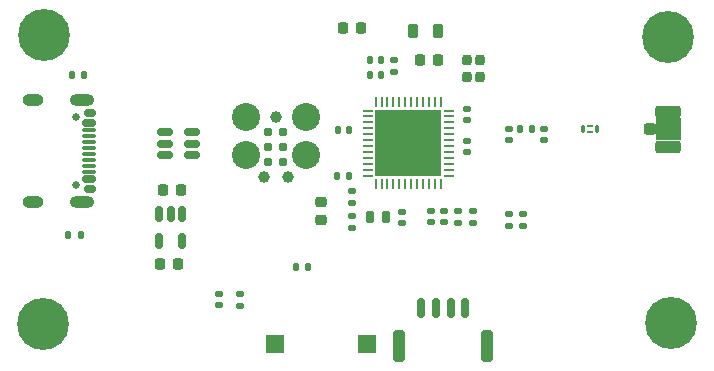
<source format=gbr>
%TF.GenerationSoftware,KiCad,Pcbnew,9.0.2*%
%TF.CreationDate,2025-06-08T15:41:30-05:00*%
%TF.ProjectId,STM32,53544d33-322e-46b6-9963-61645f706362,rev?*%
%TF.SameCoordinates,PX218c9f8PY54a9188*%
%TF.FileFunction,Soldermask,Top*%
%TF.FilePolarity,Negative*%
%FSLAX46Y46*%
G04 Gerber Fmt 4.6, Leading zero omitted, Abs format (unit mm)*
G04 Created by KiCad (PCBNEW 9.0.2) date 2025-06-08 15:41:30*
%MOMM*%
%LPD*%
G01*
G04 APERTURE LIST*
G04 Aperture macros list*
%AMRoundRect*
0 Rectangle with rounded corners*
0 $1 Rounding radius*
0 $2 $3 $4 $5 $6 $7 $8 $9 X,Y pos of 4 corners*
0 Add a 4 corners polygon primitive as box body*
4,1,4,$2,$3,$4,$5,$6,$7,$8,$9,$2,$3,0*
0 Add four circle primitives for the rounded corners*
1,1,$1+$1,$2,$3*
1,1,$1+$1,$4,$5*
1,1,$1+$1,$6,$7*
1,1,$1+$1,$8,$9*
0 Add four rect primitives between the rounded corners*
20,1,$1+$1,$2,$3,$4,$5,0*
20,1,$1+$1,$4,$5,$6,$7,0*
20,1,$1+$1,$6,$7,$8,$9,0*
20,1,$1+$1,$8,$9,$2,$3,0*%
G04 Aperture macros list end*
%ADD10RoundRect,0.150000X-0.350000X0.150000X-0.350000X-0.150000X0.350000X-0.150000X0.350000X0.150000X0*%
%ADD11O,1.800000X1.000000*%
%ADD12O,2.100000X1.000000*%
%ADD13RoundRect,0.150000X-0.425000X0.150000X-0.425000X-0.150000X0.425000X-0.150000X0.425000X0.150000X0*%
%ADD14RoundRect,0.075000X-0.500000X0.075000X-0.500000X-0.075000X0.500000X-0.075000X0.500000X0.075000X0*%
%ADD15C,0.650000*%
%ADD16RoundRect,0.140000X-0.170000X0.140000X-0.170000X-0.140000X0.170000X-0.140000X0.170000X0.140000X0*%
%ADD17RoundRect,0.135000X0.185000X-0.135000X0.185000X0.135000X-0.185000X0.135000X-0.185000X-0.135000X0*%
%ADD18RoundRect,0.140000X0.140000X0.170000X-0.140000X0.170000X-0.140000X-0.170000X0.140000X-0.170000X0*%
%ADD19RoundRect,0.150000X-0.150000X0.512500X-0.150000X-0.512500X0.150000X-0.512500X0.150000X0.512500X0*%
%ADD20RoundRect,0.150000X0.150000X0.400000X-0.150000X0.400000X-0.150000X-0.400000X0.150000X-0.400000X0*%
%ADD21RoundRect,0.147500X0.172500X-0.147500X0.172500X0.147500X-0.172500X0.147500X-0.172500X-0.147500X0*%
%ADD22RoundRect,0.135000X-0.185000X0.135000X-0.185000X-0.135000X0.185000X-0.135000X0.185000X0.135000X0*%
%ADD23RoundRect,0.062500X0.062500X-0.375000X0.062500X0.375000X-0.062500X0.375000X-0.062500X-0.375000X0*%
%ADD24RoundRect,0.062500X0.375000X-0.062500X0.375000X0.062500X-0.375000X0.062500X-0.375000X-0.062500X0*%
%ADD25R,5.600000X5.600000*%
%ADD26RoundRect,0.135000X-0.135000X-0.185000X0.135000X-0.185000X0.135000X0.185000X-0.135000X0.185000X0*%
%ADD27RoundRect,0.225000X0.225000X0.250000X-0.225000X0.250000X-0.225000X-0.250000X0.225000X-0.250000X0*%
%ADD28C,0.700000*%
%ADD29C,4.400000*%
%ADD30RoundRect,0.068750X-0.068750X-0.281250X0.068750X-0.281250X0.068750X0.281250X-0.068750X0.281250X0*%
%ADD31RoundRect,0.061250X-0.163750X-0.061250X0.163750X-0.061250X0.163750X0.061250X-0.163750X0.061250X0*%
%ADD32R,1.500000X1.500000*%
%ADD33RoundRect,0.147500X-0.147500X-0.172500X0.147500X-0.172500X0.147500X0.172500X-0.147500X0.172500X0*%
%ADD34RoundRect,0.218750X-0.218750X-0.381250X0.218750X-0.381250X0.218750X0.381250X-0.218750X0.381250X0*%
%ADD35RoundRect,0.200000X0.200000X-0.250000X0.200000X0.250000X-0.200000X0.250000X-0.200000X-0.250000X0*%
%ADD36RoundRect,0.250000X-0.275000X-0.250000X0.275000X-0.250000X0.275000X0.250000X-0.275000X0.250000X0*%
%ADD37RoundRect,0.250000X-0.850000X-0.275000X0.850000X-0.275000X0.850000X0.275000X-0.850000X0.275000X0*%
%ADD38RoundRect,0.150000X-0.512500X-0.150000X0.512500X-0.150000X0.512500X0.150000X-0.512500X0.150000X0*%
%ADD39RoundRect,0.135000X0.135000X0.185000X-0.135000X0.185000X-0.135000X-0.185000X0.135000X-0.185000X0*%
%ADD40C,2.374900*%
%ADD41C,0.990600*%
%ADD42C,0.787400*%
%ADD43RoundRect,0.225000X-0.250000X0.225000X-0.250000X-0.225000X0.250000X-0.225000X0.250000X0.225000X0*%
%ADD44RoundRect,0.150000X-0.150000X-0.700000X0.150000X-0.700000X0.150000X0.700000X-0.150000X0.700000X0*%
%ADD45RoundRect,0.250000X-0.250000X-1.100000X0.250000X-1.100000X0.250000X1.100000X-0.250000X1.100000X0*%
G04 APERTURE END LIST*
%TO.C,J4*%
G36*
X55831000Y20888000D02*
G01*
X57921000Y20888000D01*
X57921000Y19008000D01*
X55831000Y19008000D01*
X55831000Y20888000D01*
G37*
%TD*%
D10*
%TO.C,J1*%
X7921000Y21293000D03*
D11*
X3021000Y13773000D03*
D12*
X7201000Y13773000D03*
D11*
X3021000Y22413000D03*
D12*
X7201000Y22413000D03*
D13*
X7776000Y20493000D03*
D14*
X7776000Y19843000D03*
X7776000Y18843000D03*
X7776000Y17343000D03*
X7776000Y16343000D03*
D13*
X7776000Y15693000D03*
D10*
X7926000Y14893000D03*
X7926000Y14893000D03*
D13*
X7776000Y15693000D03*
D14*
X7776000Y16843000D03*
X7776000Y17843000D03*
X7776000Y18343000D03*
X7776000Y19343000D03*
D13*
X7776000Y20493000D03*
D10*
X7871000Y21293000D03*
D15*
X6701000Y15203000D03*
X6701000Y20983000D03*
%TD*%
D16*
%TO.C,C18*%
X30071000Y11613000D03*
X30071000Y12573000D03*
%TD*%
D17*
%TO.C,R4*%
X40321000Y12003000D03*
X40321000Y13023000D03*
%TD*%
D18*
%TO.C,C7*%
X32551000Y25773000D03*
X31591000Y25773000D03*
%TD*%
D19*
%TO.C,U1*%
X15658500Y12798000D03*
X14708500Y12798000D03*
X13758500Y12798000D03*
X13758500Y10523000D03*
X15658500Y10523000D03*
%TD*%
D20*
%TO.C,X1*%
X32971000Y12523000D03*
X31571000Y12523000D03*
%TD*%
D21*
%TO.C,D1*%
X43321000Y11773000D03*
X43321000Y12743000D03*
%TD*%
D22*
%TO.C,R7*%
X20561000Y6033000D03*
X20561000Y5013000D03*
%TD*%
D23*
%TO.C,U3*%
X32071000Y15335500D03*
X32571000Y15335500D03*
X33071000Y15335500D03*
X33571000Y15335500D03*
X34071000Y15335500D03*
X34571000Y15335500D03*
X35071000Y15335500D03*
X35571000Y15335500D03*
X36071000Y15335500D03*
X36571000Y15335500D03*
X37071000Y15335500D03*
X37571000Y15335500D03*
D24*
X38258500Y16023000D03*
X38258500Y16523000D03*
X38258500Y17023000D03*
X38258500Y17523000D03*
X38258500Y18023000D03*
X38258500Y18523000D03*
X38258500Y19023000D03*
X38258500Y19523000D03*
X38258500Y20023000D03*
X38258500Y20523000D03*
X38258500Y21023000D03*
X38258500Y21523000D03*
D23*
X37571000Y22210500D03*
X37071000Y22210500D03*
X36571000Y22210500D03*
X36071000Y22210500D03*
X35571000Y22210500D03*
X35071000Y22210500D03*
X34571000Y22210500D03*
X34071000Y22210500D03*
X33571000Y22210500D03*
X33071000Y22210500D03*
X32571000Y22210500D03*
X32071000Y22210500D03*
D24*
X31383500Y21523000D03*
X31383500Y21023000D03*
X31383500Y20523000D03*
X31383500Y20023000D03*
X31383500Y19523000D03*
X31383500Y19023000D03*
X31383500Y18523000D03*
X31383500Y18023000D03*
X31383500Y17523000D03*
X31383500Y17023000D03*
X31383500Y16523000D03*
X31383500Y16023000D03*
D25*
X34821000Y18773000D03*
%TD*%
D16*
%TO.C,C12*%
X39821000Y21653000D03*
X39821000Y20693000D03*
%TD*%
%TO.C,C19*%
X18821000Y6003000D03*
X18821000Y5043000D03*
%TD*%
D26*
%TO.C,R2*%
X6321000Y24523000D03*
X7341000Y24523000D03*
%TD*%
D27*
%TO.C,C14*%
X37371000Y25773000D03*
X35821000Y25773000D03*
%TD*%
%TO.C,C2*%
X15371000Y8523000D03*
X13821000Y8523000D03*
%TD*%
%TO.C,C1*%
X15621000Y14773000D03*
X14071000Y14773000D03*
%TD*%
D28*
%TO.C,H1*%
X2337726Y27939726D03*
X2821000Y29106452D03*
X2821000Y26773000D03*
X3987726Y29589726D03*
D29*
X3987726Y27939726D03*
D28*
X3987726Y26289726D03*
X5154452Y29106452D03*
X5154452Y26773000D03*
X5637726Y27939726D03*
%TD*%
D30*
%TO.C,FLT1*%
X49595500Y19973000D03*
D31*
X50208500Y20200500D03*
D30*
X50821000Y19973000D03*
D31*
X50208500Y19745500D03*
%TD*%
D32*
%TO.C,SW1*%
X23561000Y1773000D03*
X31361000Y1773000D03*
%TD*%
D16*
%TO.C,C15*%
X43321000Y19983000D03*
X43321000Y19023000D03*
%TD*%
D17*
%TO.C,R3*%
X39071000Y12003000D03*
X39071000Y13023000D03*
%TD*%
D18*
%TO.C,C6*%
X29781000Y16023000D03*
X28821000Y16023000D03*
%TD*%
D33*
%TO.C,L3*%
X44321000Y19983000D03*
X45291000Y19983000D03*
%TD*%
D21*
%TO.C,L1*%
X33621000Y24803000D03*
X33621000Y25773000D03*
%TD*%
D34*
%TO.C,L2*%
X35258500Y28273000D03*
X37383500Y28273000D03*
%TD*%
D35*
%TO.C,X2*%
X40921000Y24373000D03*
X40921000Y25773000D03*
X39821000Y25773000D03*
X39821000Y24373000D03*
%TD*%
D26*
%TO.C,R6*%
X25311000Y8273000D03*
X26331000Y8273000D03*
%TD*%
D18*
%TO.C,C11*%
X32531000Y24523000D03*
X31571000Y24523000D03*
%TD*%
D16*
%TO.C,C9*%
X30099000Y14676000D03*
X30099000Y13716000D03*
%TD*%
D22*
%TO.C,R5*%
X44571000Y12783000D03*
X44571000Y11763000D03*
%TD*%
D36*
%TO.C,J4*%
X55296000Y19948000D03*
D37*
X56821000Y21423000D03*
X56821000Y18473000D03*
%TD*%
D28*
%TO.C,H3*%
X55171000Y27773000D03*
X55654274Y28939726D03*
X55654274Y26606274D03*
X56821000Y29423000D03*
D29*
X56821000Y27773000D03*
D28*
X56821000Y26123000D03*
X57987726Y28939726D03*
X57987726Y26606274D03*
X58471000Y27773000D03*
%TD*%
D38*
%TO.C,U2*%
X14251000Y19673000D03*
X14251000Y18723000D03*
X14251000Y17773000D03*
X16526000Y17773000D03*
X16526000Y18723000D03*
X16526000Y19673000D03*
%TD*%
D39*
%TO.C,R1*%
X7081000Y11023000D03*
X6061000Y11023000D03*
%TD*%
D27*
%TO.C,C10*%
X30846000Y28523000D03*
X29296000Y28523000D03*
%TD*%
D16*
%TO.C,C8*%
X39821000Y18983000D03*
X39821000Y18023000D03*
%TD*%
%TO.C,C17*%
X34321000Y12923000D03*
X34321000Y11963000D03*
%TD*%
%TO.C,C5*%
X37821000Y13023000D03*
X37821000Y12063000D03*
%TD*%
D40*
%TO.C,J3*%
X26151000Y20948000D03*
D41*
X23611000Y20948000D03*
D40*
X21071000Y20948000D03*
X26151000Y17773000D03*
X21071000Y17773000D03*
D41*
X24627000Y15868000D03*
X22595000Y15868000D03*
D42*
X22976000Y19678000D03*
X24246000Y19678000D03*
X22976000Y18408000D03*
X24246000Y18408000D03*
X22976000Y17138000D03*
X24246000Y17138000D03*
%TD*%
D28*
%TO.C,H2*%
X2254274Y3439726D03*
X2737548Y4606452D03*
X2737548Y2273000D03*
X3904274Y5089726D03*
D29*
X3904274Y3439726D03*
D28*
X3904274Y1789726D03*
X5071000Y4606452D03*
X5071000Y2273000D03*
X5554274Y3439726D03*
%TD*%
D43*
%TO.C,C3*%
X27432000Y13773000D03*
X27432000Y12223000D03*
%TD*%
D44*
%TO.C,J2*%
X35921000Y4773000D03*
X37171000Y4773000D03*
X38421000Y4773000D03*
X39671000Y4773000D03*
D45*
X34071000Y1573000D03*
X41521000Y1573000D03*
%TD*%
D28*
%TO.C,H4*%
X55421000Y3523000D03*
X55904274Y4689726D03*
X55904274Y2356274D03*
X57071000Y5173000D03*
D29*
X57071000Y3523000D03*
D28*
X57071000Y1873000D03*
X58237726Y4689726D03*
X58237726Y2356274D03*
X58721000Y3523000D03*
%TD*%
D18*
%TO.C,C4*%
X29846000Y19848000D03*
X28886000Y19848000D03*
%TD*%
D16*
%TO.C,C13*%
X36721000Y13023000D03*
X36721000Y12063000D03*
%TD*%
%TO.C,C16*%
X46321000Y19983000D03*
X46321000Y19023000D03*
%TD*%
M02*

</source>
